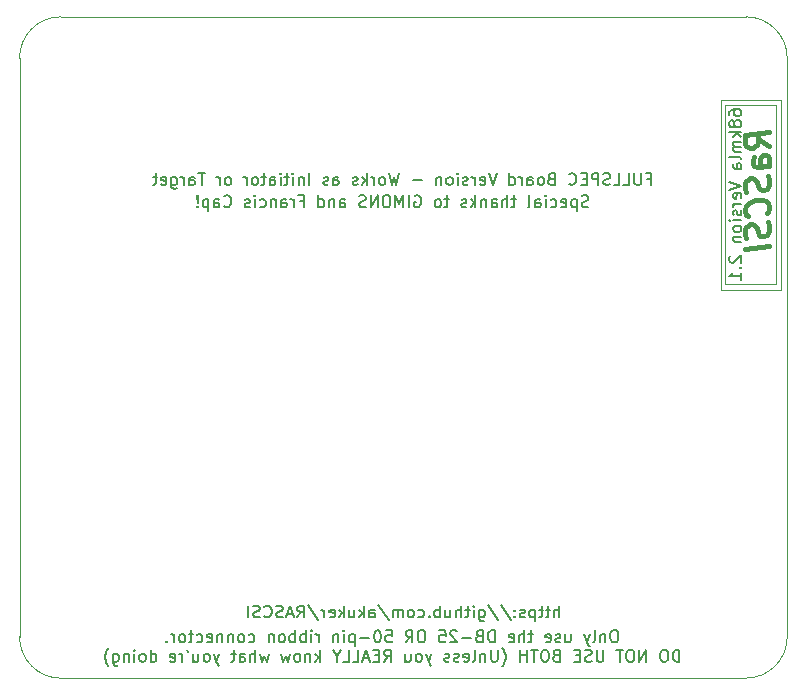
<source format=gbr>
%TF.GenerationSoftware,KiCad,Pcbnew,(5.1.4)-1*%
%TF.CreationDate,2020-08-01T17:07:42-05:00*%
%TF.ProjectId,rascsi_2p1,72617363-7369-45f3-9270-312e6b696361,rev?*%
%TF.SameCoordinates,Original*%
%TF.FileFunction,Legend,Bot*%
%TF.FilePolarity,Positive*%
%FSLAX46Y46*%
G04 Gerber Fmt 4.6, Leading zero omitted, Abs format (unit mm)*
G04 Created by KiCad (PCBNEW (5.1.4)-1) date 2020-08-01 17:07:42*
%MOMM*%
%LPD*%
G04 APERTURE LIST*
%ADD10C,0.150000*%
%ADD11C,0.120000*%
%ADD12C,0.400000*%
%ADD13C,0.050000*%
G04 APERTURE END LIST*
D10*
X220176666Y-93352880D02*
X220176666Y-92352880D01*
X219748095Y-93352880D02*
X219748095Y-92829071D01*
X219795714Y-92733833D01*
X219890952Y-92686214D01*
X220033809Y-92686214D01*
X220129047Y-92733833D01*
X220176666Y-92781452D01*
X219414761Y-92686214D02*
X219033809Y-92686214D01*
X219271904Y-92352880D02*
X219271904Y-93210023D01*
X219224285Y-93305261D01*
X219129047Y-93352880D01*
X219033809Y-93352880D01*
X218843333Y-92686214D02*
X218462380Y-92686214D01*
X218700476Y-92352880D02*
X218700476Y-93210023D01*
X218652857Y-93305261D01*
X218557619Y-93352880D01*
X218462380Y-93352880D01*
X218129047Y-92686214D02*
X218129047Y-93686214D01*
X218129047Y-92733833D02*
X218033809Y-92686214D01*
X217843333Y-92686214D01*
X217748095Y-92733833D01*
X217700476Y-92781452D01*
X217652857Y-92876690D01*
X217652857Y-93162404D01*
X217700476Y-93257642D01*
X217748095Y-93305261D01*
X217843333Y-93352880D01*
X218033809Y-93352880D01*
X218129047Y-93305261D01*
X217271904Y-93305261D02*
X217176666Y-93352880D01*
X216986190Y-93352880D01*
X216890952Y-93305261D01*
X216843333Y-93210023D01*
X216843333Y-93162404D01*
X216890952Y-93067166D01*
X216986190Y-93019547D01*
X217129047Y-93019547D01*
X217224285Y-92971928D01*
X217271904Y-92876690D01*
X217271904Y-92829071D01*
X217224285Y-92733833D01*
X217129047Y-92686214D01*
X216986190Y-92686214D01*
X216890952Y-92733833D01*
X216414761Y-93257642D02*
X216367142Y-93305261D01*
X216414761Y-93352880D01*
X216462380Y-93305261D01*
X216414761Y-93257642D01*
X216414761Y-93352880D01*
X216414761Y-92733833D02*
X216367142Y-92781452D01*
X216414761Y-92829071D01*
X216462380Y-92781452D01*
X216414761Y-92733833D01*
X216414761Y-92829071D01*
X215224285Y-92305261D02*
X216081428Y-93590976D01*
X214176666Y-92305261D02*
X215033809Y-93590976D01*
X213414761Y-92686214D02*
X213414761Y-93495738D01*
X213462380Y-93590976D01*
X213510000Y-93638595D01*
X213605238Y-93686214D01*
X213748095Y-93686214D01*
X213843333Y-93638595D01*
X213414761Y-93305261D02*
X213510000Y-93352880D01*
X213700476Y-93352880D01*
X213795714Y-93305261D01*
X213843333Y-93257642D01*
X213890952Y-93162404D01*
X213890952Y-92876690D01*
X213843333Y-92781452D01*
X213795714Y-92733833D01*
X213700476Y-92686214D01*
X213510000Y-92686214D01*
X213414761Y-92733833D01*
X212938571Y-93352880D02*
X212938571Y-92686214D01*
X212938571Y-92352880D02*
X212986190Y-92400500D01*
X212938571Y-92448119D01*
X212890952Y-92400500D01*
X212938571Y-92352880D01*
X212938571Y-92448119D01*
X212605238Y-92686214D02*
X212224285Y-92686214D01*
X212462380Y-92352880D02*
X212462380Y-93210023D01*
X212414761Y-93305261D01*
X212319523Y-93352880D01*
X212224285Y-93352880D01*
X211890952Y-93352880D02*
X211890952Y-92352880D01*
X211462380Y-93352880D02*
X211462380Y-92829071D01*
X211510000Y-92733833D01*
X211605238Y-92686214D01*
X211748095Y-92686214D01*
X211843333Y-92733833D01*
X211890952Y-92781452D01*
X210557619Y-92686214D02*
X210557619Y-93352880D01*
X210986190Y-92686214D02*
X210986190Y-93210023D01*
X210938571Y-93305261D01*
X210843333Y-93352880D01*
X210700476Y-93352880D01*
X210605238Y-93305261D01*
X210557619Y-93257642D01*
X210081428Y-93352880D02*
X210081428Y-92352880D01*
X210081428Y-92733833D02*
X209986190Y-92686214D01*
X209795714Y-92686214D01*
X209700476Y-92733833D01*
X209652857Y-92781452D01*
X209605238Y-92876690D01*
X209605238Y-93162404D01*
X209652857Y-93257642D01*
X209700476Y-93305261D01*
X209795714Y-93352880D01*
X209986190Y-93352880D01*
X210081428Y-93305261D01*
X209176666Y-93257642D02*
X209129047Y-93305261D01*
X209176666Y-93352880D01*
X209224285Y-93305261D01*
X209176666Y-93257642D01*
X209176666Y-93352880D01*
X208271904Y-93305261D02*
X208367142Y-93352880D01*
X208557619Y-93352880D01*
X208652857Y-93305261D01*
X208700476Y-93257642D01*
X208748095Y-93162404D01*
X208748095Y-92876690D01*
X208700476Y-92781452D01*
X208652857Y-92733833D01*
X208557619Y-92686214D01*
X208367142Y-92686214D01*
X208271904Y-92733833D01*
X207700476Y-93352880D02*
X207795714Y-93305261D01*
X207843333Y-93257642D01*
X207890952Y-93162404D01*
X207890952Y-92876690D01*
X207843333Y-92781452D01*
X207795714Y-92733833D01*
X207700476Y-92686214D01*
X207557619Y-92686214D01*
X207462380Y-92733833D01*
X207414761Y-92781452D01*
X207367142Y-92876690D01*
X207367142Y-93162404D01*
X207414761Y-93257642D01*
X207462380Y-93305261D01*
X207557619Y-93352880D01*
X207700476Y-93352880D01*
X206938571Y-93352880D02*
X206938571Y-92686214D01*
X206938571Y-92781452D02*
X206890952Y-92733833D01*
X206795714Y-92686214D01*
X206652857Y-92686214D01*
X206557619Y-92733833D01*
X206510000Y-92829071D01*
X206510000Y-93352880D01*
X206510000Y-92829071D02*
X206462380Y-92733833D01*
X206367142Y-92686214D01*
X206224285Y-92686214D01*
X206129047Y-92733833D01*
X206081428Y-92829071D01*
X206081428Y-93352880D01*
X204890952Y-92305261D02*
X205748095Y-93590976D01*
X204129047Y-93352880D02*
X204129047Y-92829071D01*
X204176666Y-92733833D01*
X204271904Y-92686214D01*
X204462380Y-92686214D01*
X204557619Y-92733833D01*
X204129047Y-93305261D02*
X204224285Y-93352880D01*
X204462380Y-93352880D01*
X204557619Y-93305261D01*
X204605238Y-93210023D01*
X204605238Y-93114785D01*
X204557619Y-93019547D01*
X204462380Y-92971928D01*
X204224285Y-92971928D01*
X204129047Y-92924309D01*
X203652857Y-93352880D02*
X203652857Y-92352880D01*
X203557619Y-92971928D02*
X203271904Y-93352880D01*
X203271904Y-92686214D02*
X203652857Y-93067166D01*
X202414761Y-92686214D02*
X202414761Y-93352880D01*
X202843333Y-92686214D02*
X202843333Y-93210023D01*
X202795714Y-93305261D01*
X202700476Y-93352880D01*
X202557619Y-93352880D01*
X202462380Y-93305261D01*
X202414761Y-93257642D01*
X201938571Y-93352880D02*
X201938571Y-92352880D01*
X201843333Y-92971928D02*
X201557619Y-93352880D01*
X201557619Y-92686214D02*
X201938571Y-93067166D01*
X200748095Y-93305261D02*
X200843333Y-93352880D01*
X201033809Y-93352880D01*
X201129047Y-93305261D01*
X201176666Y-93210023D01*
X201176666Y-92829071D01*
X201129047Y-92733833D01*
X201033809Y-92686214D01*
X200843333Y-92686214D01*
X200748095Y-92733833D01*
X200700476Y-92829071D01*
X200700476Y-92924309D01*
X201176666Y-93019547D01*
X200271904Y-93352880D02*
X200271904Y-92686214D01*
X200271904Y-92876690D02*
X200224285Y-92781452D01*
X200176666Y-92733833D01*
X200081428Y-92686214D01*
X199986190Y-92686214D01*
X198938571Y-92305261D02*
X199795714Y-93590976D01*
X198033809Y-93352880D02*
X198367142Y-92876690D01*
X198605238Y-93352880D02*
X198605238Y-92352880D01*
X198224285Y-92352880D01*
X198129047Y-92400500D01*
X198081428Y-92448119D01*
X198033809Y-92543357D01*
X198033809Y-92686214D01*
X198081428Y-92781452D01*
X198129047Y-92829071D01*
X198224285Y-92876690D01*
X198605238Y-92876690D01*
X197652857Y-93067166D02*
X197176666Y-93067166D01*
X197748095Y-93352880D02*
X197414761Y-92352880D01*
X197081428Y-93352880D01*
X196795714Y-93305261D02*
X196652857Y-93352880D01*
X196414761Y-93352880D01*
X196319523Y-93305261D01*
X196271904Y-93257642D01*
X196224285Y-93162404D01*
X196224285Y-93067166D01*
X196271904Y-92971928D01*
X196319523Y-92924309D01*
X196414761Y-92876690D01*
X196605238Y-92829071D01*
X196700476Y-92781452D01*
X196748095Y-92733833D01*
X196795714Y-92638595D01*
X196795714Y-92543357D01*
X196748095Y-92448119D01*
X196700476Y-92400500D01*
X196605238Y-92352880D01*
X196367142Y-92352880D01*
X196224285Y-92400500D01*
X195224285Y-93257642D02*
X195271904Y-93305261D01*
X195414761Y-93352880D01*
X195510000Y-93352880D01*
X195652857Y-93305261D01*
X195748095Y-93210023D01*
X195795714Y-93114785D01*
X195843333Y-92924309D01*
X195843333Y-92781452D01*
X195795714Y-92590976D01*
X195748095Y-92495738D01*
X195652857Y-92400500D01*
X195510000Y-92352880D01*
X195414761Y-92352880D01*
X195271904Y-92400500D01*
X195224285Y-92448119D01*
X194843333Y-93305261D02*
X194700476Y-93352880D01*
X194462380Y-93352880D01*
X194367142Y-93305261D01*
X194319523Y-93257642D01*
X194271904Y-93162404D01*
X194271904Y-93067166D01*
X194319523Y-92971928D01*
X194367142Y-92924309D01*
X194462380Y-92876690D01*
X194652857Y-92829071D01*
X194748095Y-92781452D01*
X194795714Y-92733833D01*
X194843333Y-92638595D01*
X194843333Y-92543357D01*
X194795714Y-92448119D01*
X194748095Y-92400500D01*
X194652857Y-92352880D01*
X194414761Y-92352880D01*
X194271904Y-92400500D01*
X193843333Y-93352880D02*
X193843333Y-92352880D01*
D11*
X233870500Y-65595500D02*
X238950500Y-65595500D01*
X233870500Y-49530000D02*
X233870500Y-65595500D01*
X238950500Y-49530000D02*
X233870500Y-49530000D01*
X238569500Y-49974500D02*
X238569500Y-65087500D01*
X234251500Y-49974500D02*
X238569500Y-49974500D01*
X234251500Y-65024000D02*
X234251500Y-49974500D01*
X238569500Y-65087500D02*
X234315000Y-65087500D01*
X234251500Y-65087500D02*
X234505500Y-65087500D01*
X238950500Y-49530000D02*
X238950500Y-65595500D01*
X234251500Y-65024000D02*
X234251500Y-65087500D01*
D12*
X237950261Y-53402238D02*
X236997880Y-52854619D01*
X237950261Y-52259380D02*
X235950261Y-52509380D01*
X235950261Y-53271285D01*
X236045500Y-53449857D01*
X236140738Y-53533190D01*
X236331214Y-53604619D01*
X236616928Y-53568904D01*
X236807404Y-53449857D01*
X236902642Y-53342714D01*
X236997880Y-53140333D01*
X236997880Y-52378428D01*
X237950261Y-55116523D02*
X236902642Y-55247476D01*
X236712166Y-55176047D01*
X236616928Y-54997476D01*
X236616928Y-54616523D01*
X236712166Y-54414142D01*
X237855023Y-55128428D02*
X237950261Y-54926047D01*
X237950261Y-54449857D01*
X237855023Y-54271285D01*
X237664547Y-54199857D01*
X237474071Y-54223666D01*
X237283595Y-54342714D01*
X237188357Y-54545095D01*
X237188357Y-55021285D01*
X237093119Y-55223666D01*
X237855023Y-55985571D02*
X237950261Y-56259380D01*
X237950261Y-56735571D01*
X237855023Y-56937952D01*
X237759785Y-57045095D01*
X237569309Y-57164142D01*
X237378833Y-57187952D01*
X237188357Y-57116523D01*
X237093119Y-57033190D01*
X236997880Y-56854619D01*
X236902642Y-56485571D01*
X236807404Y-56307000D01*
X236712166Y-56223666D01*
X236521690Y-56152238D01*
X236331214Y-56176047D01*
X236140738Y-56295095D01*
X236045500Y-56402238D01*
X235950261Y-56604619D01*
X235950261Y-57080809D01*
X236045500Y-57354619D01*
X237759785Y-59140333D02*
X237855023Y-59033190D01*
X237950261Y-58735571D01*
X237950261Y-58545095D01*
X237855023Y-58271285D01*
X237664547Y-58104619D01*
X237474071Y-58033190D01*
X237093119Y-57985571D01*
X236807404Y-58021285D01*
X236426452Y-58164142D01*
X236235976Y-58283190D01*
X236045500Y-58497476D01*
X235950261Y-58795095D01*
X235950261Y-58985571D01*
X236045500Y-59259380D01*
X236140738Y-59342714D01*
X237855023Y-59890333D02*
X237950261Y-60164142D01*
X237950261Y-60640333D01*
X237855023Y-60842714D01*
X237759785Y-60949857D01*
X237569309Y-61068904D01*
X237378833Y-61092714D01*
X237188357Y-61021285D01*
X237093119Y-60937952D01*
X236997880Y-60759380D01*
X236902642Y-60390333D01*
X236807404Y-60211761D01*
X236712166Y-60128428D01*
X236521690Y-60057000D01*
X236331214Y-60080809D01*
X236140738Y-60199857D01*
X236045500Y-60307000D01*
X235950261Y-60509380D01*
X235950261Y-60985571D01*
X236045500Y-61259380D01*
X237950261Y-61878428D02*
X235950261Y-62128428D01*
D10*
X234592880Y-50792904D02*
X234592880Y-50602428D01*
X234640500Y-50507190D01*
X234688119Y-50459571D01*
X234830976Y-50364333D01*
X235021452Y-50316714D01*
X235402404Y-50316714D01*
X235497642Y-50364333D01*
X235545261Y-50411952D01*
X235592880Y-50507190D01*
X235592880Y-50697666D01*
X235545261Y-50792904D01*
X235497642Y-50840523D01*
X235402404Y-50888142D01*
X235164309Y-50888142D01*
X235069071Y-50840523D01*
X235021452Y-50792904D01*
X234973833Y-50697666D01*
X234973833Y-50507190D01*
X235021452Y-50411952D01*
X235069071Y-50364333D01*
X235164309Y-50316714D01*
X235021452Y-51459571D02*
X234973833Y-51364333D01*
X234926214Y-51316714D01*
X234830976Y-51269095D01*
X234783357Y-51269095D01*
X234688119Y-51316714D01*
X234640500Y-51364333D01*
X234592880Y-51459571D01*
X234592880Y-51650047D01*
X234640500Y-51745285D01*
X234688119Y-51792904D01*
X234783357Y-51840523D01*
X234830976Y-51840523D01*
X234926214Y-51792904D01*
X234973833Y-51745285D01*
X235021452Y-51650047D01*
X235021452Y-51459571D01*
X235069071Y-51364333D01*
X235116690Y-51316714D01*
X235211928Y-51269095D01*
X235402404Y-51269095D01*
X235497642Y-51316714D01*
X235545261Y-51364333D01*
X235592880Y-51459571D01*
X235592880Y-51650047D01*
X235545261Y-51745285D01*
X235497642Y-51792904D01*
X235402404Y-51840523D01*
X235211928Y-51840523D01*
X235116690Y-51792904D01*
X235069071Y-51745285D01*
X235021452Y-51650047D01*
X235592880Y-52269095D02*
X234592880Y-52269095D01*
X235211928Y-52364333D02*
X235592880Y-52650047D01*
X234926214Y-52650047D02*
X235307166Y-52269095D01*
X235592880Y-53078619D02*
X234926214Y-53078619D01*
X235021452Y-53078619D02*
X234973833Y-53126238D01*
X234926214Y-53221476D01*
X234926214Y-53364333D01*
X234973833Y-53459571D01*
X235069071Y-53507190D01*
X235592880Y-53507190D01*
X235069071Y-53507190D02*
X234973833Y-53554809D01*
X234926214Y-53650047D01*
X234926214Y-53792904D01*
X234973833Y-53888142D01*
X235069071Y-53935761D01*
X235592880Y-53935761D01*
X235592880Y-54554809D02*
X235545261Y-54459571D01*
X235450023Y-54411952D01*
X234592880Y-54411952D01*
X235592880Y-55364333D02*
X235069071Y-55364333D01*
X234973833Y-55316714D01*
X234926214Y-55221476D01*
X234926214Y-55031000D01*
X234973833Y-54935761D01*
X235545261Y-55364333D02*
X235592880Y-55269095D01*
X235592880Y-55031000D01*
X235545261Y-54935761D01*
X235450023Y-54888142D01*
X235354785Y-54888142D01*
X235259547Y-54935761D01*
X235211928Y-55031000D01*
X235211928Y-55269095D01*
X235164309Y-55364333D01*
X234592880Y-56459571D02*
X235592880Y-56792904D01*
X234592880Y-57126238D01*
X235545261Y-57840523D02*
X235592880Y-57745285D01*
X235592880Y-57554809D01*
X235545261Y-57459571D01*
X235450023Y-57411952D01*
X235069071Y-57411952D01*
X234973833Y-57459571D01*
X234926214Y-57554809D01*
X234926214Y-57745285D01*
X234973833Y-57840523D01*
X235069071Y-57888142D01*
X235164309Y-57888142D01*
X235259547Y-57411952D01*
X235592880Y-58316714D02*
X234926214Y-58316714D01*
X235116690Y-58316714D02*
X235021452Y-58364333D01*
X234973833Y-58411952D01*
X234926214Y-58507190D01*
X234926214Y-58602428D01*
X235545261Y-58888142D02*
X235592880Y-58983380D01*
X235592880Y-59173857D01*
X235545261Y-59269095D01*
X235450023Y-59316714D01*
X235402404Y-59316714D01*
X235307166Y-59269095D01*
X235259547Y-59173857D01*
X235259547Y-59031000D01*
X235211928Y-58935761D01*
X235116690Y-58888142D01*
X235069071Y-58888142D01*
X234973833Y-58935761D01*
X234926214Y-59031000D01*
X234926214Y-59173857D01*
X234973833Y-59269095D01*
X235592880Y-59745285D02*
X234926214Y-59745285D01*
X234592880Y-59745285D02*
X234640500Y-59697666D01*
X234688119Y-59745285D01*
X234640500Y-59792904D01*
X234592880Y-59745285D01*
X234688119Y-59745285D01*
X235592880Y-60364333D02*
X235545261Y-60269095D01*
X235497642Y-60221476D01*
X235402404Y-60173857D01*
X235116690Y-60173857D01*
X235021452Y-60221476D01*
X234973833Y-60269095D01*
X234926214Y-60364333D01*
X234926214Y-60507190D01*
X234973833Y-60602428D01*
X235021452Y-60650047D01*
X235116690Y-60697666D01*
X235402404Y-60697666D01*
X235497642Y-60650047D01*
X235545261Y-60602428D01*
X235592880Y-60507190D01*
X235592880Y-60364333D01*
X234926214Y-61126238D02*
X235592880Y-61126238D01*
X235021452Y-61126238D02*
X234973833Y-61173857D01*
X234926214Y-61269095D01*
X234926214Y-61411952D01*
X234973833Y-61507190D01*
X235069071Y-61554809D01*
X235592880Y-61554809D01*
X234688119Y-62745285D02*
X234640500Y-62792904D01*
X234592880Y-62888142D01*
X234592880Y-63126238D01*
X234640500Y-63221476D01*
X234688119Y-63269095D01*
X234783357Y-63316714D01*
X234878595Y-63316714D01*
X235021452Y-63269095D01*
X235592880Y-62697666D01*
X235592880Y-63316714D01*
X235497642Y-63745285D02*
X235545261Y-63792904D01*
X235592880Y-63745285D01*
X235545261Y-63697666D01*
X235497642Y-63745285D01*
X235592880Y-63745285D01*
X235592880Y-64745285D02*
X235592880Y-64173857D01*
X235592880Y-64459571D02*
X234592880Y-64459571D01*
X234735738Y-64364333D01*
X234830976Y-64269095D01*
X234878595Y-64173857D01*
X227649676Y-56214971D02*
X227983009Y-56214971D01*
X227983009Y-56738780D02*
X227983009Y-55738780D01*
X227506819Y-55738780D01*
X227125866Y-55738780D02*
X227125866Y-56548304D01*
X227078247Y-56643542D01*
X227030628Y-56691161D01*
X226935390Y-56738780D01*
X226744914Y-56738780D01*
X226649676Y-56691161D01*
X226602057Y-56643542D01*
X226554438Y-56548304D01*
X226554438Y-55738780D01*
X225602057Y-56738780D02*
X226078247Y-56738780D01*
X226078247Y-55738780D01*
X224792533Y-56738780D02*
X225268723Y-56738780D01*
X225268723Y-55738780D01*
X224506819Y-56691161D02*
X224363961Y-56738780D01*
X224125866Y-56738780D01*
X224030628Y-56691161D01*
X223983009Y-56643542D01*
X223935390Y-56548304D01*
X223935390Y-56453066D01*
X223983009Y-56357828D01*
X224030628Y-56310209D01*
X224125866Y-56262590D01*
X224316342Y-56214971D01*
X224411580Y-56167352D01*
X224459200Y-56119733D01*
X224506819Y-56024495D01*
X224506819Y-55929257D01*
X224459200Y-55834019D01*
X224411580Y-55786400D01*
X224316342Y-55738780D01*
X224078247Y-55738780D01*
X223935390Y-55786400D01*
X223506819Y-56738780D02*
X223506819Y-55738780D01*
X223125866Y-55738780D01*
X223030628Y-55786400D01*
X222983009Y-55834019D01*
X222935390Y-55929257D01*
X222935390Y-56072114D01*
X222983009Y-56167352D01*
X223030628Y-56214971D01*
X223125866Y-56262590D01*
X223506819Y-56262590D01*
X222506819Y-56214971D02*
X222173485Y-56214971D01*
X222030628Y-56738780D02*
X222506819Y-56738780D01*
X222506819Y-55738780D01*
X222030628Y-55738780D01*
X221030628Y-56643542D02*
X221078247Y-56691161D01*
X221221104Y-56738780D01*
X221316342Y-56738780D01*
X221459200Y-56691161D01*
X221554438Y-56595923D01*
X221602057Y-56500685D01*
X221649676Y-56310209D01*
X221649676Y-56167352D01*
X221602057Y-55976876D01*
X221554438Y-55881638D01*
X221459200Y-55786400D01*
X221316342Y-55738780D01*
X221221104Y-55738780D01*
X221078247Y-55786400D01*
X221030628Y-55834019D01*
X219506819Y-56214971D02*
X219363961Y-56262590D01*
X219316342Y-56310209D01*
X219268723Y-56405447D01*
X219268723Y-56548304D01*
X219316342Y-56643542D01*
X219363961Y-56691161D01*
X219459200Y-56738780D01*
X219840152Y-56738780D01*
X219840152Y-55738780D01*
X219506819Y-55738780D01*
X219411580Y-55786400D01*
X219363961Y-55834019D01*
X219316342Y-55929257D01*
X219316342Y-56024495D01*
X219363961Y-56119733D01*
X219411580Y-56167352D01*
X219506819Y-56214971D01*
X219840152Y-56214971D01*
X218697295Y-56738780D02*
X218792533Y-56691161D01*
X218840152Y-56643542D01*
X218887771Y-56548304D01*
X218887771Y-56262590D01*
X218840152Y-56167352D01*
X218792533Y-56119733D01*
X218697295Y-56072114D01*
X218554438Y-56072114D01*
X218459200Y-56119733D01*
X218411580Y-56167352D01*
X218363961Y-56262590D01*
X218363961Y-56548304D01*
X218411580Y-56643542D01*
X218459200Y-56691161D01*
X218554438Y-56738780D01*
X218697295Y-56738780D01*
X217506819Y-56738780D02*
X217506819Y-56214971D01*
X217554438Y-56119733D01*
X217649676Y-56072114D01*
X217840152Y-56072114D01*
X217935390Y-56119733D01*
X217506819Y-56691161D02*
X217602057Y-56738780D01*
X217840152Y-56738780D01*
X217935390Y-56691161D01*
X217983009Y-56595923D01*
X217983009Y-56500685D01*
X217935390Y-56405447D01*
X217840152Y-56357828D01*
X217602057Y-56357828D01*
X217506819Y-56310209D01*
X217030628Y-56738780D02*
X217030628Y-56072114D01*
X217030628Y-56262590D02*
X216983009Y-56167352D01*
X216935390Y-56119733D01*
X216840152Y-56072114D01*
X216744914Y-56072114D01*
X215983009Y-56738780D02*
X215983009Y-55738780D01*
X215983009Y-56691161D02*
X216078247Y-56738780D01*
X216268723Y-56738780D01*
X216363961Y-56691161D01*
X216411580Y-56643542D01*
X216459200Y-56548304D01*
X216459200Y-56262590D01*
X216411580Y-56167352D01*
X216363961Y-56119733D01*
X216268723Y-56072114D01*
X216078247Y-56072114D01*
X215983009Y-56119733D01*
X214887771Y-55738780D02*
X214554438Y-56738780D01*
X214221104Y-55738780D01*
X213506819Y-56691161D02*
X213602057Y-56738780D01*
X213792533Y-56738780D01*
X213887771Y-56691161D01*
X213935390Y-56595923D01*
X213935390Y-56214971D01*
X213887771Y-56119733D01*
X213792533Y-56072114D01*
X213602057Y-56072114D01*
X213506819Y-56119733D01*
X213459200Y-56214971D01*
X213459200Y-56310209D01*
X213935390Y-56405447D01*
X213030628Y-56738780D02*
X213030628Y-56072114D01*
X213030628Y-56262590D02*
X212983009Y-56167352D01*
X212935390Y-56119733D01*
X212840152Y-56072114D01*
X212744914Y-56072114D01*
X212459200Y-56691161D02*
X212363961Y-56738780D01*
X212173485Y-56738780D01*
X212078247Y-56691161D01*
X212030628Y-56595923D01*
X212030628Y-56548304D01*
X212078247Y-56453066D01*
X212173485Y-56405447D01*
X212316342Y-56405447D01*
X212411580Y-56357828D01*
X212459200Y-56262590D01*
X212459200Y-56214971D01*
X212411580Y-56119733D01*
X212316342Y-56072114D01*
X212173485Y-56072114D01*
X212078247Y-56119733D01*
X211602057Y-56738780D02*
X211602057Y-56072114D01*
X211602057Y-55738780D02*
X211649676Y-55786400D01*
X211602057Y-55834019D01*
X211554438Y-55786400D01*
X211602057Y-55738780D01*
X211602057Y-55834019D01*
X210983009Y-56738780D02*
X211078247Y-56691161D01*
X211125866Y-56643542D01*
X211173485Y-56548304D01*
X211173485Y-56262590D01*
X211125866Y-56167352D01*
X211078247Y-56119733D01*
X210983009Y-56072114D01*
X210840152Y-56072114D01*
X210744914Y-56119733D01*
X210697295Y-56167352D01*
X210649676Y-56262590D01*
X210649676Y-56548304D01*
X210697295Y-56643542D01*
X210744914Y-56691161D01*
X210840152Y-56738780D01*
X210983009Y-56738780D01*
X210221104Y-56072114D02*
X210221104Y-56738780D01*
X210221104Y-56167352D02*
X210173485Y-56119733D01*
X210078247Y-56072114D01*
X209935390Y-56072114D01*
X209840152Y-56119733D01*
X209792533Y-56214971D01*
X209792533Y-56738780D01*
X208554438Y-56357828D02*
X207792533Y-56357828D01*
X206649676Y-55738780D02*
X206411580Y-56738780D01*
X206221104Y-56024495D01*
X206030628Y-56738780D01*
X205792533Y-55738780D01*
X205268723Y-56738780D02*
X205363961Y-56691161D01*
X205411580Y-56643542D01*
X205459200Y-56548304D01*
X205459200Y-56262590D01*
X205411580Y-56167352D01*
X205363961Y-56119733D01*
X205268723Y-56072114D01*
X205125866Y-56072114D01*
X205030628Y-56119733D01*
X204983009Y-56167352D01*
X204935390Y-56262590D01*
X204935390Y-56548304D01*
X204983009Y-56643542D01*
X205030628Y-56691161D01*
X205125866Y-56738780D01*
X205268723Y-56738780D01*
X204506819Y-56738780D02*
X204506819Y-56072114D01*
X204506819Y-56262590D02*
X204459200Y-56167352D01*
X204411580Y-56119733D01*
X204316342Y-56072114D01*
X204221104Y-56072114D01*
X203887771Y-56738780D02*
X203887771Y-55738780D01*
X203792533Y-56357828D02*
X203506819Y-56738780D01*
X203506819Y-56072114D02*
X203887771Y-56453066D01*
X203125866Y-56691161D02*
X203030628Y-56738780D01*
X202840152Y-56738780D01*
X202744914Y-56691161D01*
X202697295Y-56595923D01*
X202697295Y-56548304D01*
X202744914Y-56453066D01*
X202840152Y-56405447D01*
X202983009Y-56405447D01*
X203078247Y-56357828D01*
X203125866Y-56262590D01*
X203125866Y-56214971D01*
X203078247Y-56119733D01*
X202983009Y-56072114D01*
X202840152Y-56072114D01*
X202744914Y-56119733D01*
X201078247Y-56738780D02*
X201078247Y-56214971D01*
X201125866Y-56119733D01*
X201221104Y-56072114D01*
X201411580Y-56072114D01*
X201506819Y-56119733D01*
X201078247Y-56691161D02*
X201173485Y-56738780D01*
X201411580Y-56738780D01*
X201506819Y-56691161D01*
X201554438Y-56595923D01*
X201554438Y-56500685D01*
X201506819Y-56405447D01*
X201411580Y-56357828D01*
X201173485Y-56357828D01*
X201078247Y-56310209D01*
X200649676Y-56691161D02*
X200554438Y-56738780D01*
X200363961Y-56738780D01*
X200268723Y-56691161D01*
X200221104Y-56595923D01*
X200221104Y-56548304D01*
X200268723Y-56453066D01*
X200363961Y-56405447D01*
X200506819Y-56405447D01*
X200602057Y-56357828D01*
X200649676Y-56262590D01*
X200649676Y-56214971D01*
X200602057Y-56119733D01*
X200506819Y-56072114D01*
X200363961Y-56072114D01*
X200268723Y-56119733D01*
X199030628Y-56738780D02*
X199030628Y-55738780D01*
X198554438Y-56072114D02*
X198554438Y-56738780D01*
X198554438Y-56167352D02*
X198506819Y-56119733D01*
X198411580Y-56072114D01*
X198268723Y-56072114D01*
X198173485Y-56119733D01*
X198125866Y-56214971D01*
X198125866Y-56738780D01*
X197649676Y-56738780D02*
X197649676Y-56072114D01*
X197649676Y-55738780D02*
X197697295Y-55786400D01*
X197649676Y-55834019D01*
X197602057Y-55786400D01*
X197649676Y-55738780D01*
X197649676Y-55834019D01*
X197316342Y-56072114D02*
X196935390Y-56072114D01*
X197173485Y-55738780D02*
X197173485Y-56595923D01*
X197125866Y-56691161D01*
X197030628Y-56738780D01*
X196935390Y-56738780D01*
X196602057Y-56738780D02*
X196602057Y-56072114D01*
X196602057Y-55738780D02*
X196649676Y-55786400D01*
X196602057Y-55834019D01*
X196554438Y-55786400D01*
X196602057Y-55738780D01*
X196602057Y-55834019D01*
X195697295Y-56738780D02*
X195697295Y-56214971D01*
X195744914Y-56119733D01*
X195840152Y-56072114D01*
X196030628Y-56072114D01*
X196125866Y-56119733D01*
X195697295Y-56691161D02*
X195792533Y-56738780D01*
X196030628Y-56738780D01*
X196125866Y-56691161D01*
X196173485Y-56595923D01*
X196173485Y-56500685D01*
X196125866Y-56405447D01*
X196030628Y-56357828D01*
X195792533Y-56357828D01*
X195697295Y-56310209D01*
X195363961Y-56072114D02*
X194983009Y-56072114D01*
X195221104Y-55738780D02*
X195221104Y-56595923D01*
X195173485Y-56691161D01*
X195078247Y-56738780D01*
X194983009Y-56738780D01*
X194506819Y-56738780D02*
X194602057Y-56691161D01*
X194649676Y-56643542D01*
X194697295Y-56548304D01*
X194697295Y-56262590D01*
X194649676Y-56167352D01*
X194602057Y-56119733D01*
X194506819Y-56072114D01*
X194363961Y-56072114D01*
X194268723Y-56119733D01*
X194221104Y-56167352D01*
X194173485Y-56262590D01*
X194173485Y-56548304D01*
X194221104Y-56643542D01*
X194268723Y-56691161D01*
X194363961Y-56738780D01*
X194506819Y-56738780D01*
X193744914Y-56738780D02*
X193744914Y-56072114D01*
X193744914Y-56262590D02*
X193697295Y-56167352D01*
X193649676Y-56119733D01*
X193554438Y-56072114D01*
X193459200Y-56072114D01*
X192221104Y-56738780D02*
X192316342Y-56691161D01*
X192363961Y-56643542D01*
X192411580Y-56548304D01*
X192411580Y-56262590D01*
X192363961Y-56167352D01*
X192316342Y-56119733D01*
X192221104Y-56072114D01*
X192078247Y-56072114D01*
X191983009Y-56119733D01*
X191935390Y-56167352D01*
X191887771Y-56262590D01*
X191887771Y-56548304D01*
X191935390Y-56643542D01*
X191983009Y-56691161D01*
X192078247Y-56738780D01*
X192221104Y-56738780D01*
X191459200Y-56738780D02*
X191459200Y-56072114D01*
X191459200Y-56262590D02*
X191411580Y-56167352D01*
X191363961Y-56119733D01*
X191268723Y-56072114D01*
X191173485Y-56072114D01*
X190221104Y-55738780D02*
X189649676Y-55738780D01*
X189935390Y-56738780D02*
X189935390Y-55738780D01*
X188887771Y-56738780D02*
X188887771Y-56214971D01*
X188935390Y-56119733D01*
X189030628Y-56072114D01*
X189221104Y-56072114D01*
X189316342Y-56119733D01*
X188887771Y-56691161D02*
X188983009Y-56738780D01*
X189221104Y-56738780D01*
X189316342Y-56691161D01*
X189363961Y-56595923D01*
X189363961Y-56500685D01*
X189316342Y-56405447D01*
X189221104Y-56357828D01*
X188983009Y-56357828D01*
X188887771Y-56310209D01*
X188411580Y-56738780D02*
X188411580Y-56072114D01*
X188411580Y-56262590D02*
X188363961Y-56167352D01*
X188316342Y-56119733D01*
X188221104Y-56072114D01*
X188125866Y-56072114D01*
X187363961Y-56072114D02*
X187363961Y-56881638D01*
X187411580Y-56976876D01*
X187459200Y-57024495D01*
X187554438Y-57072114D01*
X187697295Y-57072114D01*
X187792533Y-57024495D01*
X187363961Y-56691161D02*
X187459200Y-56738780D01*
X187649676Y-56738780D01*
X187744914Y-56691161D01*
X187792533Y-56643542D01*
X187840152Y-56548304D01*
X187840152Y-56262590D01*
X187792533Y-56167352D01*
X187744914Y-56119733D01*
X187649676Y-56072114D01*
X187459200Y-56072114D01*
X187363961Y-56119733D01*
X186506819Y-56691161D02*
X186602057Y-56738780D01*
X186792533Y-56738780D01*
X186887771Y-56691161D01*
X186935390Y-56595923D01*
X186935390Y-56214971D01*
X186887771Y-56119733D01*
X186792533Y-56072114D01*
X186602057Y-56072114D01*
X186506819Y-56119733D01*
X186459200Y-56214971D01*
X186459200Y-56310209D01*
X186935390Y-56405447D01*
X186173485Y-56072114D02*
X185792533Y-56072114D01*
X186030628Y-55738780D02*
X186030628Y-56595923D01*
X185983009Y-56691161D01*
X185887771Y-56738780D01*
X185792533Y-56738780D01*
X222667028Y-58570761D02*
X222524171Y-58618380D01*
X222286076Y-58618380D01*
X222190838Y-58570761D01*
X222143219Y-58523142D01*
X222095600Y-58427904D01*
X222095600Y-58332666D01*
X222143219Y-58237428D01*
X222190838Y-58189809D01*
X222286076Y-58142190D01*
X222476552Y-58094571D01*
X222571790Y-58046952D01*
X222619409Y-57999333D01*
X222667028Y-57904095D01*
X222667028Y-57808857D01*
X222619409Y-57713619D01*
X222571790Y-57666000D01*
X222476552Y-57618380D01*
X222238457Y-57618380D01*
X222095600Y-57666000D01*
X221667028Y-57951714D02*
X221667028Y-58951714D01*
X221667028Y-57999333D02*
X221571790Y-57951714D01*
X221381314Y-57951714D01*
X221286076Y-57999333D01*
X221238457Y-58046952D01*
X221190838Y-58142190D01*
X221190838Y-58427904D01*
X221238457Y-58523142D01*
X221286076Y-58570761D01*
X221381314Y-58618380D01*
X221571790Y-58618380D01*
X221667028Y-58570761D01*
X220381314Y-58570761D02*
X220476552Y-58618380D01*
X220667028Y-58618380D01*
X220762266Y-58570761D01*
X220809885Y-58475523D01*
X220809885Y-58094571D01*
X220762266Y-57999333D01*
X220667028Y-57951714D01*
X220476552Y-57951714D01*
X220381314Y-57999333D01*
X220333695Y-58094571D01*
X220333695Y-58189809D01*
X220809885Y-58285047D01*
X219476552Y-58570761D02*
X219571790Y-58618380D01*
X219762266Y-58618380D01*
X219857504Y-58570761D01*
X219905123Y-58523142D01*
X219952742Y-58427904D01*
X219952742Y-58142190D01*
X219905123Y-58046952D01*
X219857504Y-57999333D01*
X219762266Y-57951714D01*
X219571790Y-57951714D01*
X219476552Y-57999333D01*
X219047980Y-58618380D02*
X219047980Y-57951714D01*
X219047980Y-57618380D02*
X219095600Y-57666000D01*
X219047980Y-57713619D01*
X219000361Y-57666000D01*
X219047980Y-57618380D01*
X219047980Y-57713619D01*
X218143219Y-58618380D02*
X218143219Y-58094571D01*
X218190838Y-57999333D01*
X218286076Y-57951714D01*
X218476552Y-57951714D01*
X218571790Y-57999333D01*
X218143219Y-58570761D02*
X218238457Y-58618380D01*
X218476552Y-58618380D01*
X218571790Y-58570761D01*
X218619409Y-58475523D01*
X218619409Y-58380285D01*
X218571790Y-58285047D01*
X218476552Y-58237428D01*
X218238457Y-58237428D01*
X218143219Y-58189809D01*
X217524171Y-58618380D02*
X217619409Y-58570761D01*
X217667028Y-58475523D01*
X217667028Y-57618380D01*
X216524171Y-57951714D02*
X216143219Y-57951714D01*
X216381314Y-57618380D02*
X216381314Y-58475523D01*
X216333695Y-58570761D01*
X216238457Y-58618380D01*
X216143219Y-58618380D01*
X215809885Y-58618380D02*
X215809885Y-57618380D01*
X215381314Y-58618380D02*
X215381314Y-58094571D01*
X215428933Y-57999333D01*
X215524171Y-57951714D01*
X215667028Y-57951714D01*
X215762266Y-57999333D01*
X215809885Y-58046952D01*
X214476552Y-58618380D02*
X214476552Y-58094571D01*
X214524171Y-57999333D01*
X214619409Y-57951714D01*
X214809885Y-57951714D01*
X214905123Y-57999333D01*
X214476552Y-58570761D02*
X214571790Y-58618380D01*
X214809885Y-58618380D01*
X214905123Y-58570761D01*
X214952742Y-58475523D01*
X214952742Y-58380285D01*
X214905123Y-58285047D01*
X214809885Y-58237428D01*
X214571790Y-58237428D01*
X214476552Y-58189809D01*
X214000361Y-57951714D02*
X214000361Y-58618380D01*
X214000361Y-58046952D02*
X213952742Y-57999333D01*
X213857504Y-57951714D01*
X213714647Y-57951714D01*
X213619409Y-57999333D01*
X213571790Y-58094571D01*
X213571790Y-58618380D01*
X213095600Y-58618380D02*
X213095600Y-57618380D01*
X213000361Y-58237428D02*
X212714647Y-58618380D01*
X212714647Y-57951714D02*
X213095600Y-58332666D01*
X212333695Y-58570761D02*
X212238457Y-58618380D01*
X212047980Y-58618380D01*
X211952742Y-58570761D01*
X211905123Y-58475523D01*
X211905123Y-58427904D01*
X211952742Y-58332666D01*
X212047980Y-58285047D01*
X212190838Y-58285047D01*
X212286076Y-58237428D01*
X212333695Y-58142190D01*
X212333695Y-58094571D01*
X212286076Y-57999333D01*
X212190838Y-57951714D01*
X212047980Y-57951714D01*
X211952742Y-57999333D01*
X210857504Y-57951714D02*
X210476552Y-57951714D01*
X210714647Y-57618380D02*
X210714647Y-58475523D01*
X210667028Y-58570761D01*
X210571790Y-58618380D01*
X210476552Y-58618380D01*
X210000361Y-58618380D02*
X210095600Y-58570761D01*
X210143219Y-58523142D01*
X210190838Y-58427904D01*
X210190838Y-58142190D01*
X210143219Y-58046952D01*
X210095600Y-57999333D01*
X210000361Y-57951714D01*
X209857504Y-57951714D01*
X209762266Y-57999333D01*
X209714647Y-58046952D01*
X209667028Y-58142190D01*
X209667028Y-58427904D01*
X209714647Y-58523142D01*
X209762266Y-58570761D01*
X209857504Y-58618380D01*
X210000361Y-58618380D01*
X207952742Y-57666000D02*
X208047980Y-57618380D01*
X208190838Y-57618380D01*
X208333695Y-57666000D01*
X208428933Y-57761238D01*
X208476552Y-57856476D01*
X208524171Y-58046952D01*
X208524171Y-58189809D01*
X208476552Y-58380285D01*
X208428933Y-58475523D01*
X208333695Y-58570761D01*
X208190838Y-58618380D01*
X208095600Y-58618380D01*
X207952742Y-58570761D01*
X207905123Y-58523142D01*
X207905123Y-58189809D01*
X208095600Y-58189809D01*
X207476552Y-58618380D02*
X207476552Y-57618380D01*
X207000361Y-58618380D02*
X207000361Y-57618380D01*
X206667028Y-58332666D01*
X206333695Y-57618380D01*
X206333695Y-58618380D01*
X205667028Y-57618380D02*
X205476552Y-57618380D01*
X205381314Y-57666000D01*
X205286076Y-57761238D01*
X205238457Y-57951714D01*
X205238457Y-58285047D01*
X205286076Y-58475523D01*
X205381314Y-58570761D01*
X205476552Y-58618380D01*
X205667028Y-58618380D01*
X205762266Y-58570761D01*
X205857504Y-58475523D01*
X205905123Y-58285047D01*
X205905123Y-57951714D01*
X205857504Y-57761238D01*
X205762266Y-57666000D01*
X205667028Y-57618380D01*
X204809885Y-58618380D02*
X204809885Y-57618380D01*
X204238457Y-58618380D01*
X204238457Y-57618380D01*
X203809885Y-58570761D02*
X203667028Y-58618380D01*
X203428933Y-58618380D01*
X203333695Y-58570761D01*
X203286076Y-58523142D01*
X203238457Y-58427904D01*
X203238457Y-58332666D01*
X203286076Y-58237428D01*
X203333695Y-58189809D01*
X203428933Y-58142190D01*
X203619409Y-58094571D01*
X203714647Y-58046952D01*
X203762266Y-57999333D01*
X203809885Y-57904095D01*
X203809885Y-57808857D01*
X203762266Y-57713619D01*
X203714647Y-57666000D01*
X203619409Y-57618380D01*
X203381314Y-57618380D01*
X203238457Y-57666000D01*
X201619409Y-58618380D02*
X201619409Y-58094571D01*
X201667028Y-57999333D01*
X201762266Y-57951714D01*
X201952742Y-57951714D01*
X202047980Y-57999333D01*
X201619409Y-58570761D02*
X201714647Y-58618380D01*
X201952742Y-58618380D01*
X202047980Y-58570761D01*
X202095600Y-58475523D01*
X202095600Y-58380285D01*
X202047980Y-58285047D01*
X201952742Y-58237428D01*
X201714647Y-58237428D01*
X201619409Y-58189809D01*
X201143219Y-57951714D02*
X201143219Y-58618380D01*
X201143219Y-58046952D02*
X201095600Y-57999333D01*
X201000361Y-57951714D01*
X200857504Y-57951714D01*
X200762266Y-57999333D01*
X200714647Y-58094571D01*
X200714647Y-58618380D01*
X199809885Y-58618380D02*
X199809885Y-57618380D01*
X199809885Y-58570761D02*
X199905123Y-58618380D01*
X200095600Y-58618380D01*
X200190838Y-58570761D01*
X200238457Y-58523142D01*
X200286076Y-58427904D01*
X200286076Y-58142190D01*
X200238457Y-58046952D01*
X200190838Y-57999333D01*
X200095600Y-57951714D01*
X199905123Y-57951714D01*
X199809885Y-57999333D01*
X198238457Y-58094571D02*
X198571790Y-58094571D01*
X198571790Y-58618380D02*
X198571790Y-57618380D01*
X198095600Y-57618380D01*
X197714647Y-58618380D02*
X197714647Y-57951714D01*
X197714647Y-58142190D02*
X197667028Y-58046952D01*
X197619409Y-57999333D01*
X197524171Y-57951714D01*
X197428933Y-57951714D01*
X196667028Y-58618380D02*
X196667028Y-58094571D01*
X196714647Y-57999333D01*
X196809885Y-57951714D01*
X197000361Y-57951714D01*
X197095600Y-57999333D01*
X196667028Y-58570761D02*
X196762266Y-58618380D01*
X197000361Y-58618380D01*
X197095600Y-58570761D01*
X197143219Y-58475523D01*
X197143219Y-58380285D01*
X197095600Y-58285047D01*
X197000361Y-58237428D01*
X196762266Y-58237428D01*
X196667028Y-58189809D01*
X196190838Y-57951714D02*
X196190838Y-58618380D01*
X196190838Y-58046952D02*
X196143219Y-57999333D01*
X196047980Y-57951714D01*
X195905123Y-57951714D01*
X195809885Y-57999333D01*
X195762266Y-58094571D01*
X195762266Y-58618380D01*
X194857504Y-58570761D02*
X194952742Y-58618380D01*
X195143219Y-58618380D01*
X195238457Y-58570761D01*
X195286076Y-58523142D01*
X195333695Y-58427904D01*
X195333695Y-58142190D01*
X195286076Y-58046952D01*
X195238457Y-57999333D01*
X195143219Y-57951714D01*
X194952742Y-57951714D01*
X194857504Y-57999333D01*
X194428933Y-58618380D02*
X194428933Y-57951714D01*
X194428933Y-57618380D02*
X194476552Y-57666000D01*
X194428933Y-57713619D01*
X194381314Y-57666000D01*
X194428933Y-57618380D01*
X194428933Y-57713619D01*
X194000361Y-58570761D02*
X193905123Y-58618380D01*
X193714647Y-58618380D01*
X193619409Y-58570761D01*
X193571790Y-58475523D01*
X193571790Y-58427904D01*
X193619409Y-58332666D01*
X193714647Y-58285047D01*
X193857504Y-58285047D01*
X193952742Y-58237428D01*
X194000361Y-58142190D01*
X194000361Y-58094571D01*
X193952742Y-57999333D01*
X193857504Y-57951714D01*
X193714647Y-57951714D01*
X193619409Y-57999333D01*
X191809885Y-58523142D02*
X191857504Y-58570761D01*
X192000361Y-58618380D01*
X192095600Y-58618380D01*
X192238457Y-58570761D01*
X192333695Y-58475523D01*
X192381314Y-58380285D01*
X192428933Y-58189809D01*
X192428933Y-58046952D01*
X192381314Y-57856476D01*
X192333695Y-57761238D01*
X192238457Y-57666000D01*
X192095600Y-57618380D01*
X192000361Y-57618380D01*
X191857504Y-57666000D01*
X191809885Y-57713619D01*
X190952742Y-58618380D02*
X190952742Y-58094571D01*
X191000361Y-57999333D01*
X191095600Y-57951714D01*
X191286076Y-57951714D01*
X191381314Y-57999333D01*
X190952742Y-58570761D02*
X191047980Y-58618380D01*
X191286076Y-58618380D01*
X191381314Y-58570761D01*
X191428933Y-58475523D01*
X191428933Y-58380285D01*
X191381314Y-58285047D01*
X191286076Y-58237428D01*
X191047980Y-58237428D01*
X190952742Y-58189809D01*
X190476552Y-57951714D02*
X190476552Y-58951714D01*
X190476552Y-57999333D02*
X190381314Y-57951714D01*
X190190838Y-57951714D01*
X190095600Y-57999333D01*
X190047980Y-58046952D01*
X190000361Y-58142190D01*
X190000361Y-58427904D01*
X190047980Y-58523142D01*
X190095600Y-58570761D01*
X190190838Y-58618380D01*
X190381314Y-58618380D01*
X190476552Y-58570761D01*
X189571790Y-58523142D02*
X189524171Y-58570761D01*
X189571790Y-58618380D01*
X189619409Y-58570761D01*
X189571790Y-58523142D01*
X189571790Y-58618380D01*
X189571790Y-58237428D02*
X189619409Y-57666000D01*
X189571790Y-57618380D01*
X189524171Y-57666000D01*
X189571790Y-58237428D01*
X189571790Y-57618380D01*
X224962261Y-94448880D02*
X224771785Y-94448880D01*
X224676547Y-94496500D01*
X224581309Y-94591738D01*
X224533690Y-94782214D01*
X224533690Y-95115547D01*
X224581309Y-95306023D01*
X224676547Y-95401261D01*
X224771785Y-95448880D01*
X224962261Y-95448880D01*
X225057500Y-95401261D01*
X225152738Y-95306023D01*
X225200357Y-95115547D01*
X225200357Y-94782214D01*
X225152738Y-94591738D01*
X225057500Y-94496500D01*
X224962261Y-94448880D01*
X224105119Y-94782214D02*
X224105119Y-95448880D01*
X224105119Y-94877452D02*
X224057500Y-94829833D01*
X223962261Y-94782214D01*
X223819404Y-94782214D01*
X223724166Y-94829833D01*
X223676547Y-94925071D01*
X223676547Y-95448880D01*
X223057500Y-95448880D02*
X223152738Y-95401261D01*
X223200357Y-95306023D01*
X223200357Y-94448880D01*
X222771785Y-94782214D02*
X222533690Y-95448880D01*
X222295595Y-94782214D02*
X222533690Y-95448880D01*
X222628928Y-95686976D01*
X222676547Y-95734595D01*
X222771785Y-95782214D01*
X220724166Y-94782214D02*
X220724166Y-95448880D01*
X221152738Y-94782214D02*
X221152738Y-95306023D01*
X221105119Y-95401261D01*
X221009880Y-95448880D01*
X220867023Y-95448880D01*
X220771785Y-95401261D01*
X220724166Y-95353642D01*
X220295595Y-95401261D02*
X220200357Y-95448880D01*
X220009880Y-95448880D01*
X219914642Y-95401261D01*
X219867023Y-95306023D01*
X219867023Y-95258404D01*
X219914642Y-95163166D01*
X220009880Y-95115547D01*
X220152738Y-95115547D01*
X220247976Y-95067928D01*
X220295595Y-94972690D01*
X220295595Y-94925071D01*
X220247976Y-94829833D01*
X220152738Y-94782214D01*
X220009880Y-94782214D01*
X219914642Y-94829833D01*
X219057500Y-95401261D02*
X219152738Y-95448880D01*
X219343214Y-95448880D01*
X219438452Y-95401261D01*
X219486071Y-95306023D01*
X219486071Y-94925071D01*
X219438452Y-94829833D01*
X219343214Y-94782214D01*
X219152738Y-94782214D01*
X219057500Y-94829833D01*
X219009880Y-94925071D01*
X219009880Y-95020309D01*
X219486071Y-95115547D01*
X217962261Y-94782214D02*
X217581309Y-94782214D01*
X217819404Y-94448880D02*
X217819404Y-95306023D01*
X217771785Y-95401261D01*
X217676547Y-95448880D01*
X217581309Y-95448880D01*
X217247976Y-95448880D02*
X217247976Y-94448880D01*
X216819404Y-95448880D02*
X216819404Y-94925071D01*
X216867023Y-94829833D01*
X216962261Y-94782214D01*
X217105119Y-94782214D01*
X217200357Y-94829833D01*
X217247976Y-94877452D01*
X215962261Y-95401261D02*
X216057500Y-95448880D01*
X216247976Y-95448880D01*
X216343214Y-95401261D01*
X216390833Y-95306023D01*
X216390833Y-94925071D01*
X216343214Y-94829833D01*
X216247976Y-94782214D01*
X216057500Y-94782214D01*
X215962261Y-94829833D01*
X215914642Y-94925071D01*
X215914642Y-95020309D01*
X216390833Y-95115547D01*
X214724166Y-95448880D02*
X214724166Y-94448880D01*
X214486071Y-94448880D01*
X214343214Y-94496500D01*
X214247976Y-94591738D01*
X214200357Y-94686976D01*
X214152738Y-94877452D01*
X214152738Y-95020309D01*
X214200357Y-95210785D01*
X214247976Y-95306023D01*
X214343214Y-95401261D01*
X214486071Y-95448880D01*
X214724166Y-95448880D01*
X213390833Y-94925071D02*
X213247976Y-94972690D01*
X213200357Y-95020309D01*
X213152738Y-95115547D01*
X213152738Y-95258404D01*
X213200357Y-95353642D01*
X213247976Y-95401261D01*
X213343214Y-95448880D01*
X213724166Y-95448880D01*
X213724166Y-94448880D01*
X213390833Y-94448880D01*
X213295595Y-94496500D01*
X213247976Y-94544119D01*
X213200357Y-94639357D01*
X213200357Y-94734595D01*
X213247976Y-94829833D01*
X213295595Y-94877452D01*
X213390833Y-94925071D01*
X213724166Y-94925071D01*
X212724166Y-95067928D02*
X211962261Y-95067928D01*
X211533690Y-94544119D02*
X211486071Y-94496500D01*
X211390833Y-94448880D01*
X211152738Y-94448880D01*
X211057500Y-94496500D01*
X211009880Y-94544119D01*
X210962261Y-94639357D01*
X210962261Y-94734595D01*
X211009880Y-94877452D01*
X211581309Y-95448880D01*
X210962261Y-95448880D01*
X210057500Y-94448880D02*
X210533690Y-94448880D01*
X210581309Y-94925071D01*
X210533690Y-94877452D01*
X210438452Y-94829833D01*
X210200357Y-94829833D01*
X210105119Y-94877452D01*
X210057500Y-94925071D01*
X210009880Y-95020309D01*
X210009880Y-95258404D01*
X210057500Y-95353642D01*
X210105119Y-95401261D01*
X210200357Y-95448880D01*
X210438452Y-95448880D01*
X210533690Y-95401261D01*
X210581309Y-95353642D01*
X208628928Y-94448880D02*
X208438452Y-94448880D01*
X208343214Y-94496500D01*
X208247976Y-94591738D01*
X208200357Y-94782214D01*
X208200357Y-95115547D01*
X208247976Y-95306023D01*
X208343214Y-95401261D01*
X208438452Y-95448880D01*
X208628928Y-95448880D01*
X208724166Y-95401261D01*
X208819404Y-95306023D01*
X208867023Y-95115547D01*
X208867023Y-94782214D01*
X208819404Y-94591738D01*
X208724166Y-94496500D01*
X208628928Y-94448880D01*
X207200357Y-95448880D02*
X207533690Y-94972690D01*
X207771785Y-95448880D02*
X207771785Y-94448880D01*
X207390833Y-94448880D01*
X207295595Y-94496500D01*
X207247976Y-94544119D01*
X207200357Y-94639357D01*
X207200357Y-94782214D01*
X207247976Y-94877452D01*
X207295595Y-94925071D01*
X207390833Y-94972690D01*
X207771785Y-94972690D01*
X205533690Y-94448880D02*
X206009880Y-94448880D01*
X206057500Y-94925071D01*
X206009880Y-94877452D01*
X205914642Y-94829833D01*
X205676547Y-94829833D01*
X205581309Y-94877452D01*
X205533690Y-94925071D01*
X205486071Y-95020309D01*
X205486071Y-95258404D01*
X205533690Y-95353642D01*
X205581309Y-95401261D01*
X205676547Y-95448880D01*
X205914642Y-95448880D01*
X206009880Y-95401261D01*
X206057500Y-95353642D01*
X204867023Y-94448880D02*
X204771785Y-94448880D01*
X204676547Y-94496500D01*
X204628928Y-94544119D01*
X204581309Y-94639357D01*
X204533690Y-94829833D01*
X204533690Y-95067928D01*
X204581309Y-95258404D01*
X204628928Y-95353642D01*
X204676547Y-95401261D01*
X204771785Y-95448880D01*
X204867023Y-95448880D01*
X204962261Y-95401261D01*
X205009880Y-95353642D01*
X205057500Y-95258404D01*
X205105119Y-95067928D01*
X205105119Y-94829833D01*
X205057500Y-94639357D01*
X205009880Y-94544119D01*
X204962261Y-94496500D01*
X204867023Y-94448880D01*
X204105119Y-95067928D02*
X203343214Y-95067928D01*
X202867023Y-94782214D02*
X202867023Y-95782214D01*
X202867023Y-94829833D02*
X202771785Y-94782214D01*
X202581309Y-94782214D01*
X202486071Y-94829833D01*
X202438452Y-94877452D01*
X202390833Y-94972690D01*
X202390833Y-95258404D01*
X202438452Y-95353642D01*
X202486071Y-95401261D01*
X202581309Y-95448880D01*
X202771785Y-95448880D01*
X202867023Y-95401261D01*
X201962261Y-95448880D02*
X201962261Y-94782214D01*
X201962261Y-94448880D02*
X202009880Y-94496500D01*
X201962261Y-94544119D01*
X201914642Y-94496500D01*
X201962261Y-94448880D01*
X201962261Y-94544119D01*
X201486071Y-94782214D02*
X201486071Y-95448880D01*
X201486071Y-94877452D02*
X201438452Y-94829833D01*
X201343214Y-94782214D01*
X201200357Y-94782214D01*
X201105119Y-94829833D01*
X201057500Y-94925071D01*
X201057500Y-95448880D01*
X199819404Y-95448880D02*
X199819404Y-94782214D01*
X199819404Y-94972690D02*
X199771785Y-94877452D01*
X199724166Y-94829833D01*
X199628928Y-94782214D01*
X199533690Y-94782214D01*
X199200357Y-95448880D02*
X199200357Y-94782214D01*
X199200357Y-94448880D02*
X199247976Y-94496500D01*
X199200357Y-94544119D01*
X199152738Y-94496500D01*
X199200357Y-94448880D01*
X199200357Y-94544119D01*
X198724166Y-95448880D02*
X198724166Y-94448880D01*
X198724166Y-94829833D02*
X198628928Y-94782214D01*
X198438452Y-94782214D01*
X198343214Y-94829833D01*
X198295595Y-94877452D01*
X198247976Y-94972690D01*
X198247976Y-95258404D01*
X198295595Y-95353642D01*
X198343214Y-95401261D01*
X198438452Y-95448880D01*
X198628928Y-95448880D01*
X198724166Y-95401261D01*
X197819404Y-95448880D02*
X197819404Y-94448880D01*
X197819404Y-94829833D02*
X197724166Y-94782214D01*
X197533690Y-94782214D01*
X197438452Y-94829833D01*
X197390833Y-94877452D01*
X197343214Y-94972690D01*
X197343214Y-95258404D01*
X197390833Y-95353642D01*
X197438452Y-95401261D01*
X197533690Y-95448880D01*
X197724166Y-95448880D01*
X197819404Y-95401261D01*
X196771785Y-95448880D02*
X196867023Y-95401261D01*
X196914642Y-95353642D01*
X196962261Y-95258404D01*
X196962261Y-94972690D01*
X196914642Y-94877452D01*
X196867023Y-94829833D01*
X196771785Y-94782214D01*
X196628928Y-94782214D01*
X196533690Y-94829833D01*
X196486071Y-94877452D01*
X196438452Y-94972690D01*
X196438452Y-95258404D01*
X196486071Y-95353642D01*
X196533690Y-95401261D01*
X196628928Y-95448880D01*
X196771785Y-95448880D01*
X196009880Y-94782214D02*
X196009880Y-95448880D01*
X196009880Y-94877452D02*
X195962261Y-94829833D01*
X195867023Y-94782214D01*
X195724166Y-94782214D01*
X195628928Y-94829833D01*
X195581309Y-94925071D01*
X195581309Y-95448880D01*
X193914642Y-95401261D02*
X194009880Y-95448880D01*
X194200357Y-95448880D01*
X194295595Y-95401261D01*
X194343214Y-95353642D01*
X194390833Y-95258404D01*
X194390833Y-94972690D01*
X194343214Y-94877452D01*
X194295595Y-94829833D01*
X194200357Y-94782214D01*
X194009880Y-94782214D01*
X193914642Y-94829833D01*
X193343214Y-95448880D02*
X193438452Y-95401261D01*
X193486071Y-95353642D01*
X193533690Y-95258404D01*
X193533690Y-94972690D01*
X193486071Y-94877452D01*
X193438452Y-94829833D01*
X193343214Y-94782214D01*
X193200357Y-94782214D01*
X193105119Y-94829833D01*
X193057500Y-94877452D01*
X193009880Y-94972690D01*
X193009880Y-95258404D01*
X193057500Y-95353642D01*
X193105119Y-95401261D01*
X193200357Y-95448880D01*
X193343214Y-95448880D01*
X192581309Y-94782214D02*
X192581309Y-95448880D01*
X192581309Y-94877452D02*
X192533690Y-94829833D01*
X192438452Y-94782214D01*
X192295595Y-94782214D01*
X192200357Y-94829833D01*
X192152738Y-94925071D01*
X192152738Y-95448880D01*
X191676547Y-94782214D02*
X191676547Y-95448880D01*
X191676547Y-94877452D02*
X191628928Y-94829833D01*
X191533690Y-94782214D01*
X191390833Y-94782214D01*
X191295595Y-94829833D01*
X191247976Y-94925071D01*
X191247976Y-95448880D01*
X190390833Y-95401261D02*
X190486071Y-95448880D01*
X190676547Y-95448880D01*
X190771785Y-95401261D01*
X190819404Y-95306023D01*
X190819404Y-94925071D01*
X190771785Y-94829833D01*
X190676547Y-94782214D01*
X190486071Y-94782214D01*
X190390833Y-94829833D01*
X190343214Y-94925071D01*
X190343214Y-95020309D01*
X190819404Y-95115547D01*
X189486071Y-95401261D02*
X189581309Y-95448880D01*
X189771785Y-95448880D01*
X189867023Y-95401261D01*
X189914642Y-95353642D01*
X189962261Y-95258404D01*
X189962261Y-94972690D01*
X189914642Y-94877452D01*
X189867023Y-94829833D01*
X189771785Y-94782214D01*
X189581309Y-94782214D01*
X189486071Y-94829833D01*
X189200357Y-94782214D02*
X188819404Y-94782214D01*
X189057500Y-94448880D02*
X189057500Y-95306023D01*
X189009880Y-95401261D01*
X188914642Y-95448880D01*
X188819404Y-95448880D01*
X188343214Y-95448880D02*
X188438452Y-95401261D01*
X188486071Y-95353642D01*
X188533690Y-95258404D01*
X188533690Y-94972690D01*
X188486071Y-94877452D01*
X188438452Y-94829833D01*
X188343214Y-94782214D01*
X188200357Y-94782214D01*
X188105119Y-94829833D01*
X188057500Y-94877452D01*
X188009880Y-94972690D01*
X188009880Y-95258404D01*
X188057500Y-95353642D01*
X188105119Y-95401261D01*
X188200357Y-95448880D01*
X188343214Y-95448880D01*
X187581309Y-95448880D02*
X187581309Y-94782214D01*
X187581309Y-94972690D02*
X187533690Y-94877452D01*
X187486071Y-94829833D01*
X187390833Y-94782214D01*
X187295595Y-94782214D01*
X186962261Y-95353642D02*
X186914642Y-95401261D01*
X186962261Y-95448880D01*
X187009880Y-95401261D01*
X186962261Y-95353642D01*
X186962261Y-95448880D01*
X230367023Y-97098880D02*
X230367023Y-96098880D01*
X230128928Y-96098880D01*
X229986071Y-96146500D01*
X229890833Y-96241738D01*
X229843214Y-96336976D01*
X229795595Y-96527452D01*
X229795595Y-96670309D01*
X229843214Y-96860785D01*
X229890833Y-96956023D01*
X229986071Y-97051261D01*
X230128928Y-97098880D01*
X230367023Y-97098880D01*
X229176547Y-96098880D02*
X228986071Y-96098880D01*
X228890833Y-96146500D01*
X228795595Y-96241738D01*
X228747976Y-96432214D01*
X228747976Y-96765547D01*
X228795595Y-96956023D01*
X228890833Y-97051261D01*
X228986071Y-97098880D01*
X229176547Y-97098880D01*
X229271785Y-97051261D01*
X229367023Y-96956023D01*
X229414642Y-96765547D01*
X229414642Y-96432214D01*
X229367023Y-96241738D01*
X229271785Y-96146500D01*
X229176547Y-96098880D01*
X227557500Y-97098880D02*
X227557500Y-96098880D01*
X226986071Y-97098880D01*
X226986071Y-96098880D01*
X226319404Y-96098880D02*
X226128928Y-96098880D01*
X226033690Y-96146500D01*
X225938452Y-96241738D01*
X225890833Y-96432214D01*
X225890833Y-96765547D01*
X225938452Y-96956023D01*
X226033690Y-97051261D01*
X226128928Y-97098880D01*
X226319404Y-97098880D01*
X226414642Y-97051261D01*
X226509880Y-96956023D01*
X226557500Y-96765547D01*
X226557500Y-96432214D01*
X226509880Y-96241738D01*
X226414642Y-96146500D01*
X226319404Y-96098880D01*
X225605119Y-96098880D02*
X225033690Y-96098880D01*
X225319404Y-97098880D02*
X225319404Y-96098880D01*
X223938452Y-96098880D02*
X223938452Y-96908404D01*
X223890833Y-97003642D01*
X223843214Y-97051261D01*
X223747976Y-97098880D01*
X223557500Y-97098880D01*
X223462261Y-97051261D01*
X223414642Y-97003642D01*
X223367023Y-96908404D01*
X223367023Y-96098880D01*
X222938452Y-97051261D02*
X222795595Y-97098880D01*
X222557500Y-97098880D01*
X222462261Y-97051261D01*
X222414642Y-97003642D01*
X222367023Y-96908404D01*
X222367023Y-96813166D01*
X222414642Y-96717928D01*
X222462261Y-96670309D01*
X222557500Y-96622690D01*
X222747976Y-96575071D01*
X222843214Y-96527452D01*
X222890833Y-96479833D01*
X222938452Y-96384595D01*
X222938452Y-96289357D01*
X222890833Y-96194119D01*
X222843214Y-96146500D01*
X222747976Y-96098880D01*
X222509880Y-96098880D01*
X222367023Y-96146500D01*
X221938452Y-96575071D02*
X221605119Y-96575071D01*
X221462261Y-97098880D02*
X221938452Y-97098880D01*
X221938452Y-96098880D01*
X221462261Y-96098880D01*
X219938452Y-96575071D02*
X219795595Y-96622690D01*
X219747976Y-96670309D01*
X219700357Y-96765547D01*
X219700357Y-96908404D01*
X219747976Y-97003642D01*
X219795595Y-97051261D01*
X219890833Y-97098880D01*
X220271785Y-97098880D01*
X220271785Y-96098880D01*
X219938452Y-96098880D01*
X219843214Y-96146500D01*
X219795595Y-96194119D01*
X219747976Y-96289357D01*
X219747976Y-96384595D01*
X219795595Y-96479833D01*
X219843214Y-96527452D01*
X219938452Y-96575071D01*
X220271785Y-96575071D01*
X219081309Y-96098880D02*
X218890833Y-96098880D01*
X218795595Y-96146500D01*
X218700357Y-96241738D01*
X218652738Y-96432214D01*
X218652738Y-96765547D01*
X218700357Y-96956023D01*
X218795595Y-97051261D01*
X218890833Y-97098880D01*
X219081309Y-97098880D01*
X219176547Y-97051261D01*
X219271785Y-96956023D01*
X219319404Y-96765547D01*
X219319404Y-96432214D01*
X219271785Y-96241738D01*
X219176547Y-96146500D01*
X219081309Y-96098880D01*
X218367023Y-96098880D02*
X217795595Y-96098880D01*
X218081309Y-97098880D02*
X218081309Y-96098880D01*
X217462261Y-97098880D02*
X217462261Y-96098880D01*
X217462261Y-96575071D02*
X216890833Y-96575071D01*
X216890833Y-97098880D02*
X216890833Y-96098880D01*
X215367023Y-97479833D02*
X215414642Y-97432214D01*
X215509880Y-97289357D01*
X215557500Y-97194119D01*
X215605119Y-97051261D01*
X215652738Y-96813166D01*
X215652738Y-96622690D01*
X215605119Y-96384595D01*
X215557500Y-96241738D01*
X215509880Y-96146500D01*
X215414642Y-96003642D01*
X215367023Y-95956023D01*
X214986071Y-96098880D02*
X214986071Y-96908404D01*
X214938452Y-97003642D01*
X214890833Y-97051261D01*
X214795595Y-97098880D01*
X214605119Y-97098880D01*
X214509880Y-97051261D01*
X214462261Y-97003642D01*
X214414642Y-96908404D01*
X214414642Y-96098880D01*
X213938452Y-96432214D02*
X213938452Y-97098880D01*
X213938452Y-96527452D02*
X213890833Y-96479833D01*
X213795595Y-96432214D01*
X213652738Y-96432214D01*
X213557500Y-96479833D01*
X213509880Y-96575071D01*
X213509880Y-97098880D01*
X212890833Y-97098880D02*
X212986071Y-97051261D01*
X213033690Y-96956023D01*
X213033690Y-96098880D01*
X212128928Y-97051261D02*
X212224166Y-97098880D01*
X212414642Y-97098880D01*
X212509880Y-97051261D01*
X212557500Y-96956023D01*
X212557500Y-96575071D01*
X212509880Y-96479833D01*
X212414642Y-96432214D01*
X212224166Y-96432214D01*
X212128928Y-96479833D01*
X212081309Y-96575071D01*
X212081309Y-96670309D01*
X212557500Y-96765547D01*
X211700357Y-97051261D02*
X211605119Y-97098880D01*
X211414642Y-97098880D01*
X211319404Y-97051261D01*
X211271785Y-96956023D01*
X211271785Y-96908404D01*
X211319404Y-96813166D01*
X211414642Y-96765547D01*
X211557500Y-96765547D01*
X211652738Y-96717928D01*
X211700357Y-96622690D01*
X211700357Y-96575071D01*
X211652738Y-96479833D01*
X211557500Y-96432214D01*
X211414642Y-96432214D01*
X211319404Y-96479833D01*
X210890833Y-97051261D02*
X210795595Y-97098880D01*
X210605119Y-97098880D01*
X210509880Y-97051261D01*
X210462261Y-96956023D01*
X210462261Y-96908404D01*
X210509880Y-96813166D01*
X210605119Y-96765547D01*
X210747976Y-96765547D01*
X210843214Y-96717928D01*
X210890833Y-96622690D01*
X210890833Y-96575071D01*
X210843214Y-96479833D01*
X210747976Y-96432214D01*
X210605119Y-96432214D01*
X210509880Y-96479833D01*
X209367023Y-96432214D02*
X209128928Y-97098880D01*
X208890833Y-96432214D02*
X209128928Y-97098880D01*
X209224166Y-97336976D01*
X209271785Y-97384595D01*
X209367023Y-97432214D01*
X208367023Y-97098880D02*
X208462261Y-97051261D01*
X208509880Y-97003642D01*
X208557500Y-96908404D01*
X208557500Y-96622690D01*
X208509880Y-96527452D01*
X208462261Y-96479833D01*
X208367023Y-96432214D01*
X208224166Y-96432214D01*
X208128928Y-96479833D01*
X208081309Y-96527452D01*
X208033690Y-96622690D01*
X208033690Y-96908404D01*
X208081309Y-97003642D01*
X208128928Y-97051261D01*
X208224166Y-97098880D01*
X208367023Y-97098880D01*
X207176547Y-96432214D02*
X207176547Y-97098880D01*
X207605119Y-96432214D02*
X207605119Y-96956023D01*
X207557500Y-97051261D01*
X207462261Y-97098880D01*
X207319404Y-97098880D01*
X207224166Y-97051261D01*
X207176547Y-97003642D01*
X205367023Y-97098880D02*
X205700357Y-96622690D01*
X205938452Y-97098880D02*
X205938452Y-96098880D01*
X205557500Y-96098880D01*
X205462261Y-96146500D01*
X205414642Y-96194119D01*
X205367023Y-96289357D01*
X205367023Y-96432214D01*
X205414642Y-96527452D01*
X205462261Y-96575071D01*
X205557500Y-96622690D01*
X205938452Y-96622690D01*
X204938452Y-96575071D02*
X204605119Y-96575071D01*
X204462261Y-97098880D02*
X204938452Y-97098880D01*
X204938452Y-96098880D01*
X204462261Y-96098880D01*
X204081309Y-96813166D02*
X203605119Y-96813166D01*
X204176547Y-97098880D02*
X203843214Y-96098880D01*
X203509880Y-97098880D01*
X202700357Y-97098880D02*
X203176547Y-97098880D01*
X203176547Y-96098880D01*
X201890833Y-97098880D02*
X202367023Y-97098880D01*
X202367023Y-96098880D01*
X201367023Y-96622690D02*
X201367023Y-97098880D01*
X201700357Y-96098880D02*
X201367023Y-96622690D01*
X201033690Y-96098880D01*
X199938452Y-97098880D02*
X199938452Y-96098880D01*
X199843214Y-96717928D02*
X199557500Y-97098880D01*
X199557500Y-96432214D02*
X199938452Y-96813166D01*
X199128928Y-96432214D02*
X199128928Y-97098880D01*
X199128928Y-96527452D02*
X199081309Y-96479833D01*
X198986071Y-96432214D01*
X198843214Y-96432214D01*
X198747976Y-96479833D01*
X198700357Y-96575071D01*
X198700357Y-97098880D01*
X198081309Y-97098880D02*
X198176547Y-97051261D01*
X198224166Y-97003642D01*
X198271785Y-96908404D01*
X198271785Y-96622690D01*
X198224166Y-96527452D01*
X198176547Y-96479833D01*
X198081309Y-96432214D01*
X197938452Y-96432214D01*
X197843214Y-96479833D01*
X197795595Y-96527452D01*
X197747976Y-96622690D01*
X197747976Y-96908404D01*
X197795595Y-97003642D01*
X197843214Y-97051261D01*
X197938452Y-97098880D01*
X198081309Y-97098880D01*
X197414642Y-96432214D02*
X197224166Y-97098880D01*
X197033690Y-96622690D01*
X196843214Y-97098880D01*
X196652738Y-96432214D01*
X195605119Y-96432214D02*
X195414642Y-97098880D01*
X195224166Y-96622690D01*
X195033690Y-97098880D01*
X194843214Y-96432214D01*
X194462261Y-97098880D02*
X194462261Y-96098880D01*
X194033690Y-97098880D02*
X194033690Y-96575071D01*
X194081309Y-96479833D01*
X194176547Y-96432214D01*
X194319404Y-96432214D01*
X194414642Y-96479833D01*
X194462261Y-96527452D01*
X193128928Y-97098880D02*
X193128928Y-96575071D01*
X193176547Y-96479833D01*
X193271785Y-96432214D01*
X193462261Y-96432214D01*
X193557500Y-96479833D01*
X193128928Y-97051261D02*
X193224166Y-97098880D01*
X193462261Y-97098880D01*
X193557500Y-97051261D01*
X193605119Y-96956023D01*
X193605119Y-96860785D01*
X193557500Y-96765547D01*
X193462261Y-96717928D01*
X193224166Y-96717928D01*
X193128928Y-96670309D01*
X192795595Y-96432214D02*
X192414642Y-96432214D01*
X192652738Y-96098880D02*
X192652738Y-96956023D01*
X192605119Y-97051261D01*
X192509880Y-97098880D01*
X192414642Y-97098880D01*
X191414642Y-96432214D02*
X191176547Y-97098880D01*
X190938452Y-96432214D02*
X191176547Y-97098880D01*
X191271785Y-97336976D01*
X191319404Y-97384595D01*
X191414642Y-97432214D01*
X190414642Y-97098880D02*
X190509880Y-97051261D01*
X190557500Y-97003642D01*
X190605119Y-96908404D01*
X190605119Y-96622690D01*
X190557500Y-96527452D01*
X190509880Y-96479833D01*
X190414642Y-96432214D01*
X190271785Y-96432214D01*
X190176547Y-96479833D01*
X190128928Y-96527452D01*
X190081309Y-96622690D01*
X190081309Y-96908404D01*
X190128928Y-97003642D01*
X190176547Y-97051261D01*
X190271785Y-97098880D01*
X190414642Y-97098880D01*
X189224166Y-96432214D02*
X189224166Y-97098880D01*
X189652738Y-96432214D02*
X189652738Y-96956023D01*
X189605119Y-97051261D01*
X189509880Y-97098880D01*
X189367023Y-97098880D01*
X189271785Y-97051261D01*
X189224166Y-97003642D01*
X188700357Y-96098880D02*
X188795595Y-96289357D01*
X188271785Y-97098880D02*
X188271785Y-96432214D01*
X188271785Y-96622690D02*
X188224166Y-96527452D01*
X188176547Y-96479833D01*
X188081309Y-96432214D01*
X187986071Y-96432214D01*
X187271785Y-97051261D02*
X187367023Y-97098880D01*
X187557500Y-97098880D01*
X187652738Y-97051261D01*
X187700357Y-96956023D01*
X187700357Y-96575071D01*
X187652738Y-96479833D01*
X187557500Y-96432214D01*
X187367023Y-96432214D01*
X187271785Y-96479833D01*
X187224166Y-96575071D01*
X187224166Y-96670309D01*
X187700357Y-96765547D01*
X185605119Y-97098880D02*
X185605119Y-96098880D01*
X185605119Y-97051261D02*
X185700357Y-97098880D01*
X185890833Y-97098880D01*
X185986071Y-97051261D01*
X186033690Y-97003642D01*
X186081309Y-96908404D01*
X186081309Y-96622690D01*
X186033690Y-96527452D01*
X185986071Y-96479833D01*
X185890833Y-96432214D01*
X185700357Y-96432214D01*
X185605119Y-96479833D01*
X184986071Y-97098880D02*
X185081309Y-97051261D01*
X185128928Y-97003642D01*
X185176547Y-96908404D01*
X185176547Y-96622690D01*
X185128928Y-96527452D01*
X185081309Y-96479833D01*
X184986071Y-96432214D01*
X184843214Y-96432214D01*
X184747976Y-96479833D01*
X184700357Y-96527452D01*
X184652738Y-96622690D01*
X184652738Y-96908404D01*
X184700357Y-97003642D01*
X184747976Y-97051261D01*
X184843214Y-97098880D01*
X184986071Y-97098880D01*
X184224166Y-97098880D02*
X184224166Y-96432214D01*
X184224166Y-96098880D02*
X184271785Y-96146500D01*
X184224166Y-96194119D01*
X184176547Y-96146500D01*
X184224166Y-96098880D01*
X184224166Y-96194119D01*
X183747976Y-96432214D02*
X183747976Y-97098880D01*
X183747976Y-96527452D02*
X183700357Y-96479833D01*
X183605119Y-96432214D01*
X183462261Y-96432214D01*
X183367023Y-96479833D01*
X183319404Y-96575071D01*
X183319404Y-97098880D01*
X182414642Y-96432214D02*
X182414642Y-97241738D01*
X182462261Y-97336976D01*
X182509880Y-97384595D01*
X182605119Y-97432214D01*
X182747976Y-97432214D01*
X182843214Y-97384595D01*
X182414642Y-97051261D02*
X182509880Y-97098880D01*
X182700357Y-97098880D01*
X182795595Y-97051261D01*
X182843214Y-97003642D01*
X182890833Y-96908404D01*
X182890833Y-96622690D01*
X182843214Y-96527452D01*
X182795595Y-96479833D01*
X182700357Y-96432214D01*
X182509880Y-96432214D01*
X182414642Y-96479833D01*
X182033690Y-97479833D02*
X181986071Y-97432214D01*
X181890833Y-97289357D01*
X181843214Y-97194119D01*
X181795595Y-97051261D01*
X181747976Y-96813166D01*
X181747976Y-96622690D01*
X181795595Y-96384595D01*
X181843214Y-96241738D01*
X181890833Y-96146500D01*
X181986071Y-96003642D01*
X182033690Y-95956023D01*
D13*
X178000000Y-98496000D02*
X236000000Y-98496000D01*
X178000000Y-98496000D02*
G75*
G02X174500000Y-94996000I0J3500000D01*
G01*
X239500000Y-94996000D02*
G75*
G02X236000000Y-98496000I-3500000J0D01*
G01*
X174500000Y-46000000D02*
X174500000Y-94996000D01*
X239500000Y-46000000D02*
X239500000Y-94996000D01*
X178000000Y-42500000D02*
X236000000Y-42500000D01*
X174500000Y-46000000D02*
G75*
G02X178000000Y-42500000I3500000J0D01*
G01*
X236000000Y-42500000D02*
G75*
G02X239500000Y-46000000I0J-3500000D01*
G01*
M02*

</source>
